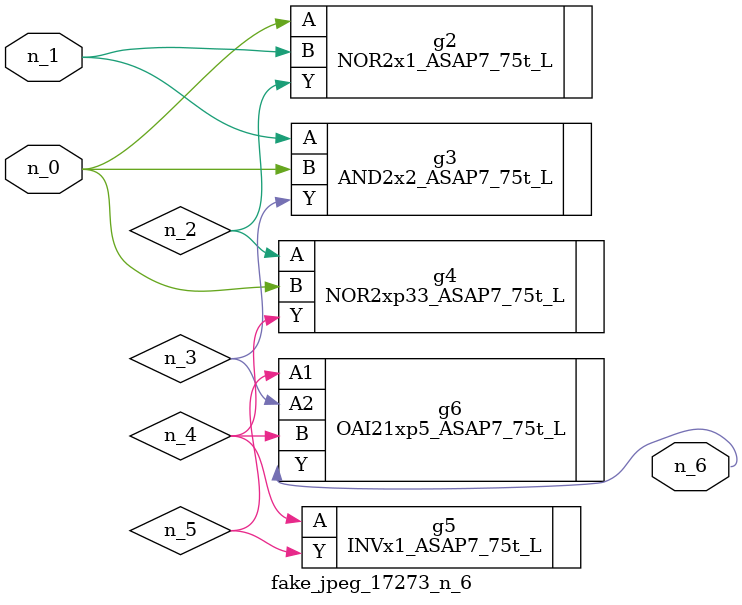
<source format=v>
module fake_jpeg_17273_n_6 (n_0, n_1, n_6);

input n_0;
input n_1;

output n_6;

wire n_2;
wire n_3;
wire n_4;
wire n_5;

NOR2x1_ASAP7_75t_L g2 ( 
.A(n_0),
.B(n_1),
.Y(n_2)
);

AND2x2_ASAP7_75t_L g3 ( 
.A(n_1),
.B(n_0),
.Y(n_3)
);

NOR2xp33_ASAP7_75t_L g4 ( 
.A(n_2),
.B(n_0),
.Y(n_4)
);

INVx1_ASAP7_75t_L g5 ( 
.A(n_4),
.Y(n_5)
);

OAI21xp5_ASAP7_75t_L g6 ( 
.A1(n_5),
.A2(n_3),
.B(n_4),
.Y(n_6)
);


endmodule
</source>
